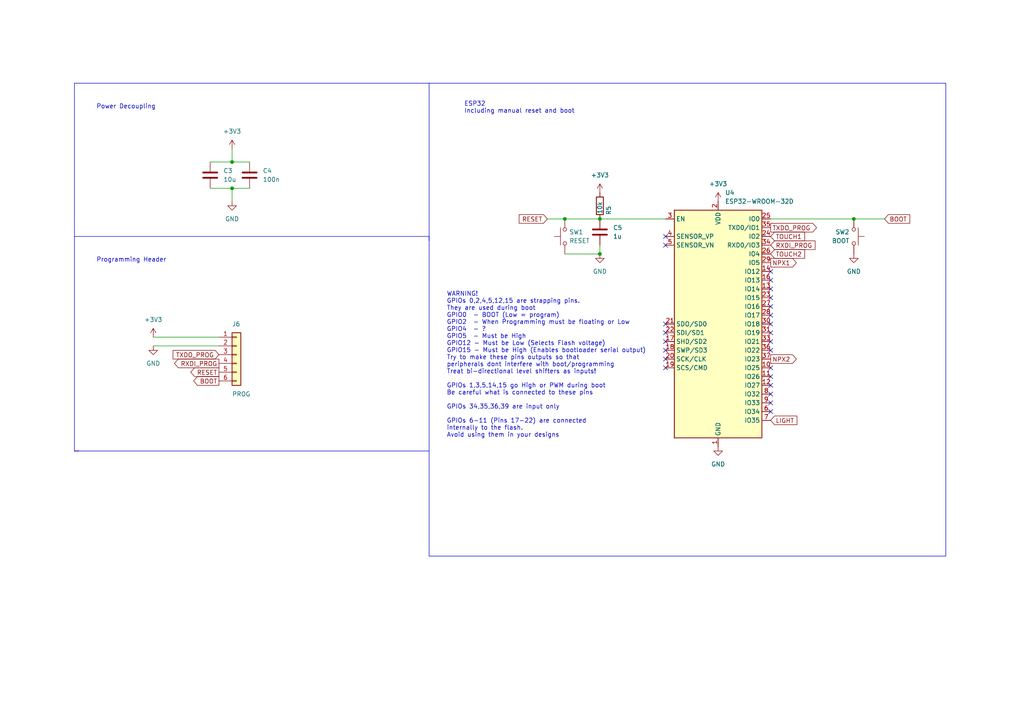
<source format=kicad_sch>
(kicad_sch (version 20230121) (generator eeschema)
  (paper "A4")
  (lib_symbols
    (symbol "Connector_Generic:Conn_01x06" (pin_names (offset 1.016) hide)
      (property "Reference" "J" (at 0 7.62 0))
      (property "Value" "Conn_01x06" (at 0 -10.16 0))
      (symbol "Conn_01x06_1_1"
        (rectangle (start -1.27 -7.493) (end 0 -7.747) (stroke (width 0.1524)))
        (rectangle (start -1.27 -4.953) (end 0 -5.207) (stroke (width 0.1524)))
        (rectangle (start -1.27 -2.413) (end 0 -2.667) (stroke (width 0.1524)))
        (rectangle (start -1.27 0.127) (end 0 -0.127) (stroke (width 0.1524)))
        (rectangle (start -1.27 2.667) (end 0 2.413) (stroke (width 0.1524)))
        (rectangle (start -1.27 5.207) (end 0 4.953) (stroke (width 0.1524)))
        (rectangle (start -1.27 6.35) (end 1.27 -8.89) (stroke (width 0.254)) (fill (type background)))
        (pin passive line (at -5.08 5.08 0) (length 3.81) (name "Pin_1") (number "1"))
        (pin passive line (at -5.08 2.54 0) (length 3.81) (name "Pin_2") (number "2"))
        (pin passive line (at -5.08 0 0) (length 3.81) (name "Pin_3") (number "3"))
        (pin passive line (at -5.08 -2.54 0) (length 3.81) (name "Pin_4") (number "4"))
        (pin passive line (at -5.08 -5.08 0) (length 3.81) (name "Pin_5") (number "5"))
        (pin passive line (at -5.08 -7.62 0) (length 3.81) (name "Pin_6") (number "6"))
      )
    )
    (symbol "Device:C" (pin_numbers hide) (pin_names (offset 0.254))
      (property "Reference" "C" (at 0.635 2.54 0))
      (property "Value" "C" (at 0.635 -2.54 0))
      (symbol "C_0_1"
        (polyline (pts (xy -2.032 -0.762) (xy 2.032 -0.762)) (stroke (width 0.508)))
        (polyline (pts (xy -2.032 0.762) (xy 2.032 0.762)) (stroke (width 0.508)))
      )
      (symbol "C_1_1"
        (pin passive line (at 0 3.81 270) (length 2.794) (name "~") (number "1"))
        (pin passive line (at 0 -3.81 90) (length 2.794) (name "~") (number "2"))
      )
    )
    (symbol "Device:R" (pin_numbers hide) (pin_names (offset 0))
      (property "Reference" "R" (at 2.032 0 90))
      (property "Value" "R" (at 0 0 90))
      (symbol "R_0_1"
        (rectangle (start -1.016 -2.54) (end 1.016 2.54) (stroke (width 0.254)))
      )
      (symbol "R_1_1"
        (pin passive line (at 0 3.81 270) (length 1.27) (name "~") (number "1"))
        (pin passive line (at 0 -3.81 90) (length 1.27) (name "~") (number "2"))
      )
    )
    (symbol "RF_Module:ESP32-WROOM-32D"
      (property "Reference" "U" (at -12.7 34.29 0))
      (property "Value" "ESP32-WROOM-32D" (at 1.27 34.29 0))
      (symbol "ESP32-WROOM-32D_0_1"
        (rectangle (start -12.7 33.02) (end 12.7 -33.02) (stroke (width 0.254)) (fill (type background)))
      )
      (symbol "ESP32-WROOM-32D_1_1"
        (pin power_in line (at 0 -35.56 90) (length 2.54) (name "GND") (number "1"))
        (pin bidirectional line (at 15.24 -12.7 180) (length 2.54) (name "IO25") (number "10"))
        (pin bidirectional line (at 15.24 -15.24 180) (length 2.54) (name "IO26") (number "11"))
        (pin bidirectional line (at 15.24 -17.78 180) (length 2.54) (name "IO27") (number "12"))
        (pin bidirectional line (at 15.24 10.16 180) (length 2.54) (name "IO14") (number "13"))
        (pin bidirectional line (at 15.24 15.24 180) (length 2.54) (name "IO12") (number "14"))
        (pin passive line (at 0 -35.56 90) (length 2.54) hide (name "GND") (number "15"))
        (pin bidirectional line (at 15.24 12.7 180) (length 2.54) (name "IO13") (number "16"))
        (pin bidirectional line (at -15.24 -5.08 0) (length 2.54) (name "SHD/SD2") (number "17"))
        (pin bidirectional line (at -15.24 -7.62 0) (length 2.54) (name "SWP/SD3") (number "18"))
        (pin bidirectional line (at -15.24 -12.7 0) (length 2.54) (name "SCS/CMD") (number "19"))
        (pin power_in line (at 0 35.56 270) (length 2.54) (name "VDD") (number "2"))
        (pin bidirectional line (at -15.24 -10.16 0) (length 2.54) (name "SCK/CLK") (number "20"))
        (pin bidirectional line (at -15.24 0 0) (length 2.54) (name "SDO/SD0") (number "21"))
        (pin bidirectional line (at -15.24 -2.54 0) (length 2.54) (name "SDI/SD1") (number "22"))
        (pin bidirectional line (at 15.24 7.62 180) (length 2.54) (name "IO15") (number "23"))
        (pin bidirectional line (at 15.24 25.4 180) (length 2.54) (name "IO2") (number "24"))
        (pin bidirectional line (at 15.24 30.48 180) (length 2.54) (name "IO0") (number "25"))
        (pin bidirectional line (at 15.24 20.32 180) (length 2.54) (name "IO4") (number "26"))
        (pin bidirectional line (at 15.24 5.08 180) (length 2.54) (name "IO16") (number "27"))
        (pin bidirectional line (at 15.24 2.54 180) (length 2.54) (name "IO17") (number "28"))
        (pin bidirectional line (at 15.24 17.78 180) (length 2.54) (name "IO5") (number "29"))
        (pin input line (at -15.24 30.48 0) (length 2.54) (name "EN") (number "3"))
        (pin bidirectional line (at 15.24 0 180) (length 2.54) (name "IO18") (number "30"))
        (pin bidirectional line (at 15.24 -2.54 180) (length 2.54) (name "IO19") (number "31"))
        (pin no_connect line (at -12.7 -27.94 0) (length 2.54) hide (name "NC") (number "32"))
        (pin bidirectional line (at 15.24 -5.08 180) (length 2.54) (name "IO21") (number "33"))
        (pin bidirectional line (at 15.24 22.86 180) (length 2.54) (name "RXD0/IO3") (number "34"))
        (pin bidirectional line (at 15.24 27.94 180) (length 2.54) (name "TXD0/IO1") (number "35"))
        (pin bidirectional line (at 15.24 -7.62 180) (length 2.54) (name "IO22") (number "36"))
        (pin bidirectional line (at 15.24 -10.16 180) (length 2.54) (name "IO23") (number "37"))
        (pin passive line (at 0 -35.56 90) (length 2.54) hide (name "GND") (number "38"))
        (pin passive line (at 0 -35.56 90) (length 2.54) hide (name "GND") (number "39"))
        (pin input line (at -15.24 25.4 0) (length 2.54) (name "SENSOR_VP") (number "4"))
        (pin input line (at -15.24 22.86 0) (length 2.54) (name "SENSOR_VN") (number "5"))
        (pin input line (at 15.24 -25.4 180) (length 2.54) (name "IO34") (number "6"))
        (pin input line (at 15.24 -27.94 180) (length 2.54) (name "IO35") (number "7"))
        (pin bidirectional line (at 15.24 -20.32 180) (length 2.54) (name "IO32") (number "8"))
        (pin bidirectional line (at 15.24 -22.86 180) (length 2.54) (name "IO33") (number "9"))
      )
    )
    (symbol "Switch:SW_Push" (pin_numbers hide) (pin_names (offset 1.016) hide)
      (property "Reference" "SW" (at 1.27 2.54 0))
      (property "Value" "SW_Push" (at 0 -1.524 0))
      (symbol "SW_Push_0_1"
        (circle (center -2.032 0) (radius 0.508))
        (polyline (pts (xy 0 1.27) (xy 0 3.048)))
        (polyline (pts (xy 2.54 1.27) (xy -2.54 1.27)))
        (circle (center 2.032 0) (radius 0.508))
        (pin passive line (at -5.08 0 0) (length 2.54) (name "1") (number "1"))
        (pin passive line (at 5.08 0 180) (length 2.54) (name "2") (number "2"))
      )
    )
    (symbol "power:+3V3" (power) (pin_names (offset 0))
      (property "Value" "+3V3" (at 0 3.556 0))
      (symbol "+3V3_0_1"
        (polyline (pts (xy -0.762 1.27) (xy 0 2.54)))
        (polyline (pts (xy 0 0) (xy 0 2.54)))
        (polyline (pts (xy 0 2.54) (xy 0.762 1.27)))
      )
      (symbol "+3V3_1_1"
        (pin power_in line (at 0 0 90) (length 0) hide (name "+3V3") (number "1"))
      )
    )
    (symbol "power:GND" (power) (pin_names (offset 0))
      (property "Value" "GND" (at 0 -3.81 0))
      (symbol "GND_0_1"
        (polyline (pts (xy 0 0) (xy 0 -1.27) (xy 1.27 -1.27) (xy 0 -2.54) (xy -1.27 -1.27) (xy 0 -1.27)))
      )
      (symbol "GND_1_1"
        (pin power_in line (at 0 0 270) (length 0) hide (name "GND") (number "1"))
      )
    )
  )
  (junction (at 247.65 63.5))
  (junction (at 67.31 54.61))
  (junction (at 173.99 63.5))
  (junction (at 173.99 73.66))
  (junction (at 67.31 46.99))
  (junction (at 163.83 63.5))
  (no_connect (at 223.52 116.84))
  (no_connect (at 223.52 96.52))
  (no_connect (at 223.52 106.68))
  (no_connect (at 223.52 101.6))
  (no_connect (at 223.52 119.38))
  (no_connect (at 223.52 91.44))
  (no_connect (at 223.52 81.28))
  (no_connect (at 223.52 88.9))
  (no_connect (at 223.52 99.06))
  (no_connect (at 223.52 83.82))
  (no_connect (at 223.52 111.76))
  (no_connect (at 223.52 78.74))
  (no_connect (at 193.04 104.14))
  (no_connect (at 193.04 106.68))
  (no_connect (at 193.04 93.98))
  (no_connect (at 193.04 96.52))
  (no_connect (at 193.04 99.06))
  (no_connect (at 193.04 101.6))
  (no_connect (at 193.04 68.58))
  (no_connect (at 193.04 71.12))
  (no_connect (at 223.52 86.36))
  (no_connect (at 223.52 109.22))
  (no_connect (at 223.52 114.3))
  (no_connect (at 223.52 93.98))
  (wire (pts (xy 247.65 63.5) (xy 256.54 63.5)))
  (polyline (pts (xy 124.46 24.13) (xy 124.46 161.29)))
  (polyline (pts (xy 124.46 161.29) (xy 274.32 161.29)))
  (polyline (pts (xy 21.59 130.81) (xy 124.46 130.81)))
  (wire (pts (xy 223.52 63.5) (xy 247.65 63.5)))
  (wire (pts (xy 67.31 54.61) (xy 72.39 54.61)))
  (polyline (pts (xy 21.59 24.13) (xy 21.59 130.81)))
  (wire (pts (xy 173.99 63.5) (xy 193.04 63.5)))
  (wire (pts (xy 67.31 43.18) (xy 67.31 46.99)))
  (wire (pts (xy 163.83 63.5) (xy 173.99 63.5)))
  (wire (pts (xy 60.96 54.61) (xy 67.31 54.61)))
  (wire (pts (xy 44.45 97.79) (xy 63.5 97.79)))
  (wire (pts (xy 67.31 46.99) (xy 72.39 46.99)))
  (polyline (pts (xy 124.46 68.58) (xy 124.46 69.85)))
  (polyline (pts (xy 21.59 24.13) (xy 124.46 24.13)))
  (wire (pts (xy 158.75 63.5) (xy 163.83 63.5)))
  (polyline (pts (xy 124.46 24.13) (xy 274.32 24.13)))
  (wire (pts (xy 60.96 46.99) (xy 67.31 46.99)))
  (wire (pts (xy 173.99 73.66) (xy 173.99 71.12)))
  (wire (pts (xy 67.31 54.61) (xy 67.31 58.42)))
  (polyline (pts (xy 21.59 68.58) (xy 124.46 68.58)))
  (polyline (pts (xy 274.32 161.29) (xy 274.32 24.13)))
  (wire (pts (xy 163.83 73.66) (xy 173.99 73.66)))
  (wire (pts (xy 44.45 100.33) (xy 63.5 100.33)))
  (polyline (pts (xy 21.59 130.81) (xy 22.86 130.81)))
  (text "ESP32\nIncluding manual reset and boot" (at 134.62 33.02 0) (effects (font (size 1.27 1.27)) (justify left bottom)))
  (text "Programming Header" (at 27.94 76.2 0) (effects (font (size 1.27 1.27)) (justify left bottom)))
  (text "WARNING!\nGPIOs 0,2,4,5,12,15 are strapping pins.\nThey are used during boot\nGPIO0  - BOOT (Low = program)\nGPIO2  - When Programming must be floating or Low\nGPIO4  - ?\nGPIO5  - Must be High\nGPIO12 - Must be Low (Selects Flash voltage)\nGPIO15 - Must be High (Enables bootloader serial output)\nTry to make these pins outputs so that\nperipherals dont interfere with boot/programming\nTreat bi-directional level shifters as inputs!\n\nGPIOs 1,3,5,14,15 go High or PWM during boot\nBe careful what is connected to these pins\n\nGPIOs 34,35,36,39 are input only\n\nGPIOs 6-11 (Pins 17-22) are connected\ninternally to the flash.\nAvoid using them in your designs" (at 129.54 127 0) (effects (font (size 1.27 1.27)) (justify left bottom)))
  (text "Power Decoupling" (at 27.94 31.75 0) (effects (font (size 1.27 1.27)) (justify left bottom)))
  (global_label "TOUCH1" (shape input) (at 223.52 68.58 0) (property "Intersheetrefs" "${INTERSHEET_REFS}" (effects hide)))
  (global_label "TXDO_PROG" (shape input) (at 63.5 102.87 180) (property "Intersheetrefs" "${INTERSHEET_REFS}" (effects hide)))
  (global_label "BOOT" (shape output) (at 63.5 110.49 180) (property "Intersheetrefs" "${INTERSHEET_REFS}" (effects hide)))
  (global_label "RXDI_PROG" (shape input) (at 223.52 71.12 0) (property "Intersheetrefs" "${INTERSHEET_REFS}" (effects hide)))
  (global_label "RESET" (shape output) (at 63.5 107.95 180) (property "Intersheetrefs" "${INTERSHEET_REFS}" (effects hide)))
  (global_label "TOUCH2" (shape input) (at 223.52 73.66 0) (property "Intersheetrefs" "${INTERSHEET_REFS}" (effects hide)))
  (global_label "RXDI_PROG" (shape output) (at 63.5 105.41 180) (property "Intersheetrefs" "${INTERSHEET_REFS}" (effects hide)))
  (global_label "BOOT" (shape input) (at 256.54 63.5 0) (property "Intersheetrefs" "${INTERSHEET_REFS}" (effects hide)))
  (global_label "NPX2" (shape output) (at 223.52 104.14 0) (property "Intersheetrefs" "${INTERSHEET_REFS}" (effects hide)))
  (global_label "NPX1" (shape output) (at 223.52 76.2 0) (property "Intersheetrefs" "${INTERSHEET_REFS}" (effects hide)))
  (global_label "RESET" (shape input) (at 158.75 63.5 180) (property "Intersheetrefs" "${INTERSHEET_REFS}" (effects hide)))
  (global_label "LIGHT" (shape input) (at 223.52 121.92 0) (property "Intersheetrefs" "${INTERSHEET_REFS}" (effects hide)))
  (global_label "TXDO_PROG" (shape output) (at 223.52 66.04 0) (property "Intersheetrefs" "${INTERSHEET_REFS}" (effects hide)))
  (symbol (lib_id "Connector_Generic:Conn_01x06") (at 68.58 102.87 0) (unit 1)
    (property "Reference" "J6" (at 67.31 93.98 0) (effects (justify left)))
    (property "Value" "PROG" (at 67.31 114.3 0) (effects (justify left)))
    (property "Footprint" "Connector_PinHeader_2.54mm:PinHeader_1x06_P2.54mm_Vertical" (effects hide))
  )
  (symbol (lib_id "power:+3V3") (at 67.31 43.18 0) (unit 1)
    (property "Reference" "#PWR021" (effects hide))
    (property "Value" "+3V3" (at 67.31 38.1 0))
  )
  (symbol (lib_id "power:+3V3") (at 173.99 55.88 0) (unit 1)
    (property "Reference" "#PWR022" (effects hide))
    (property "Value" "+3V3" (at 173.99 50.8 0))
  )
  (symbol (lib_id "Device:C") (at 173.99 67.31 0) (unit 1)
    (property "Reference" "C5" (at 177.8 66.0399 0) (effects (justify left)))
    (property "Value" "1u" (at 177.8 68.5799 0) (effects (justify left)))
    (property "Footprint" "Capacitor_SMD:C_0603_1608Metric" (effects hide))
    (property "LCSC" "C15849" (effects hide))
  )
  (symbol (lib_id "RF_Module:ESP32-WROOM-32D") (at 208.28 93.98 0) (unit 1)
    (property "Reference" "U4" (at 210.2994 55.88 0) (effects (justify left)))
    (property "Value" "ESP32-WROOM-32D" (at 210.2994 58.42 0) (effects (justify left)))
    (property "Footprint" "RF_Module:ESP32-WROOM-32D" (effects hide))
    (property "Datasheet" "https://www.espressif.com/sites/default/files/documentation/esp32-wroom-32d_esp32-wroom-32u_datasheet_en.pdf" (effects hide))
    (property "LCSC" "C473012" (effects hide))
    (property "JLCPCB_CORRECTION" "0; 0; 90" (effects hide))
  )
  (symbol (lib_id "power:GND") (at 67.31 58.42 0) (unit 1)
    (property "Reference" "#PWR023" (effects hide))
    (property "Value" "GND" (at 67.31 63.5 0))
  )
  (symbol (lib_id "power:GND") (at 247.65 73.66 0) (unit 1)
    (property "Reference" "#PWR026" (effects hide))
    (property "Value" "GND" (at 247.65 78.74 0))
  )
  (symbol (lib_id "power:GND") (at 173.99 73.66 0) (unit 1)
    (property "Reference" "#PWR025" (effects hide))
    (property "Value" "GND" (at 173.99 78.74 0))
  )
  (symbol (lib_id "Device:C") (at 72.39 50.8 0) (unit 1)
    (property "Reference" "C4" (at 76.2 49.5299 0) (effects (justify left)))
    (property "Value" "100n" (at 76.2 52.0699 0) (effects (justify left)))
    (property "Footprint" "Capacitor_SMD:C_0603_1608Metric" (effects hide))
    (property "LCSC" "C14663" (effects hide))
  )
  (symbol (lib_id "Switch:SW_Push") (at 247.65 68.58 270) (mirror x) (unit 1)
    (property "Reference" "SW2" (at 246.38 67.3099 90) (effects (justify right)))
    (property "Value" "BOOT" (at 246.38 69.8499 90) (effects (justify right)))
    (property "Footprint" "Button_Switch_SMD:SW_Push_1P1T_NO_CK_KSC7xxJ" (effects hide))
    (property "LCSC" "C318884" (effects hide))
  )
  (symbol (lib_id "power:+3V3") (at 208.28 58.42 0) (unit 1)
    (property "Reference" "#PWR024" (effects hide))
    (property "Value" "+3V3" (at 208.28 53.34 0))
  )
  (symbol (lib_id "Device:C") (at 60.96 50.8 0) (unit 1)
    (property "Reference" "C3" (at 64.77 49.5299 0) (effects (justify left)))
    (property "Value" "10u" (at 64.77 52.0699 0) (effects (justify left)))
    (property "Footprint" "Capacitor_SMD:C_1206_3216Metric" (effects hide))
    (property "LCSC" "C13585" (effects hide))
  )
  (symbol (lib_id "power:+3V3") (at 44.45 97.79 0) (unit 1)
    (property "Reference" "#PWR027" (effects hide))
    (property "Value" "+3V3" (at 44.45 92.71 0))
  )
  (symbol (lib_id "Switch:SW_Push") (at 163.83 68.58 90) (unit 1)
    (property "Reference" "SW1" (at 165.1 67.3099 90) (effects (justify right)))
    (property "Value" "RESET" (at 165.1 69.8499 90) (effects (justify right)))
    (property "Footprint" "Button_Switch_SMD:SW_Push_1P1T_NO_CK_KSC7xxJ" (effects hide))
    (property "LCSC" "C318884" (effects hide))
  )
  (symbol (lib_id "power:GND") (at 208.28 129.54 0) (unit 1)
    (property "Reference" "#PWR029" (effects hide))
    (property "Value" "GND" (at 208.28 134.62 0))
  )
  (symbol (lib_id "power:GND") (at 44.45 100.33 0) (unit 1)
    (property "Reference" "#PWR028" (effects hide))
    (property "Value" "GND" (at 44.45 105.41 0))
  )
  (symbol (lib_id "Device:R") (at 173.99 59.69 180) (unit 1)
    (property "Reference" "R5" (at 176.53 59.69 90) (effects (justify left)))
    (property "Value" "10k" (at 173.99 58.42 90) (effects (justify left)))
    (property "Footprint" "Resistor_SMD:R_0603_1608Metric" (effects hide))
    (property "LCSC" "C25804" (effects hide))
  )
)
</source>
